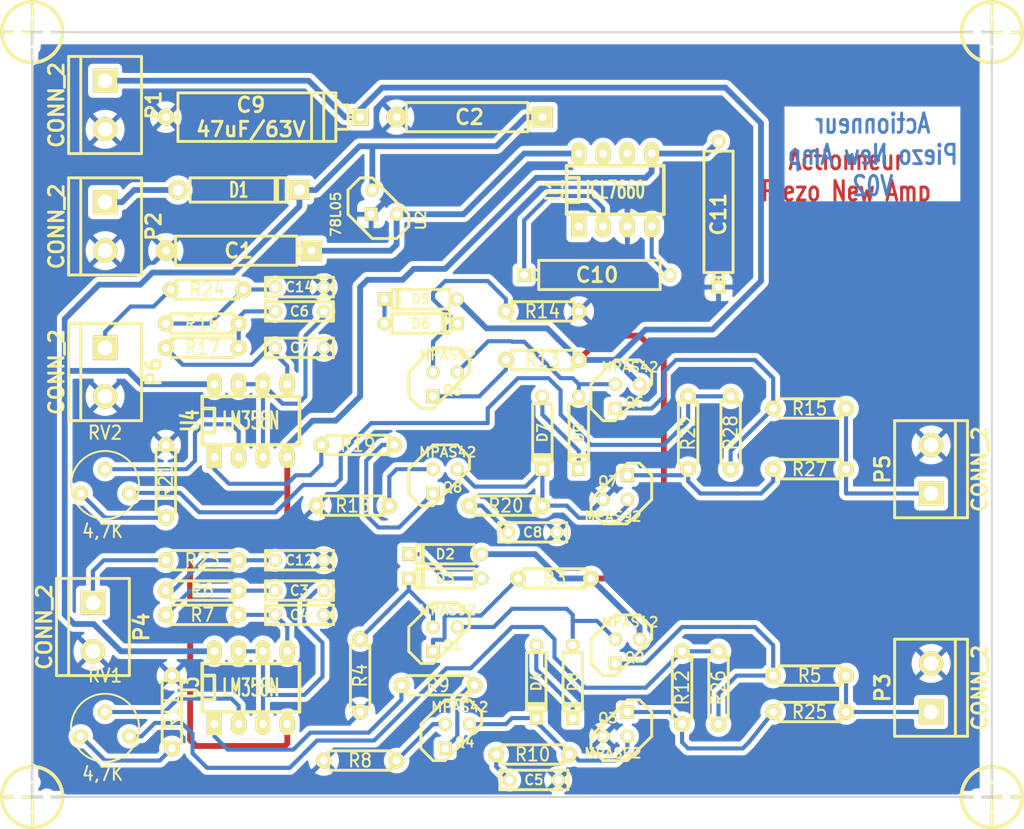
<source format=kicad_pcb>
(kicad_pcb (version 20221018) (generator pcbnew)
  (title_block (title "Actionneur_piezo"))
  (layers (0 "F.Cu" power "Composant") (31 "B.Cu" signal "Cuivre") (34 "B.Paste" user) (35 "F.Paste" user) (36 "B.SilkS" user "B.Silkscreen") (37 "F.SilkS" user "F.Silkscreen") (38 "B.Mask" user) (39 "F.Mask" user) (44 "Edge.Cuts" user))
  (net 0 "")
  (net 1 "+12V")
  (net 2 "-VAA")
  (net 3 "/12Vext")
  (net 4 "/ampli_h1")
  (net 5 "/ampli_h2")
  (net 6 "/ampli_h3")
  (net 7 "/ampli_h4")
  (net 8 "/ampli_h5")
  (net 9 "/ampli_h6")
  (net 10 "/ampli_h7")
  (net 11 "/ampli_h8")
  (net 12 "GND")
  (net 13 "HT")
  (net 14 "N-000005")
  (net 15 "N-000010")
  (net 16 "N-000011")
  (net 17 "N-000012")
  (net 18 "N-000013")
  (net 19 "N-000014")
  (net 20 "N-000015")
  (net 21 "N-000016")
  (net 22 "N-000017")
  (net 23 "N-000018")
  (net 24 "N-000019")
  (net 25 "N-000020")
  (net 26 "N-000021")
  (net 27 "N-000022")
  (net 28 "N-000023")
  (net 29 "N-000024")
  (net 30 "N-000025")
  (net 31 "N-000026")
  (net 32 "N-000027")
  (net 33 "N-000032")
  (net 34 "N-000033")
  (net 35 "N-000034")
  (net 36 "N-000035")
  (net 37 "N-000036")
  (net 38 "N-000037")
  (net 39 "N-000038")
  (net 40 "N-000039")
  (net 41 "N-000040")
  (net 42 "N-000041")
  (net 43 "N-000042")
  (net 44 "N-000043")
  (net 45 "N-000044")
  (net 46 "N-000045")
  (net 47 "N-000046")
  (net 48 "N-000047")
  (net 49 "N-000048")
  (net 50 "VCC")
  (footprint "bornier2" (layer "F.Cu") (at 95.885 59.436 -90)
    (fp_text reference "P1")
    (fp_text value "CONN_2")
  )
  (footprint "bornier2" (layer "F.Cu") (at 182.245 120.396 90)
    (fp_text reference "P3")
    (fp_text value "CONN_2")
  )
  (footprint "C2" (layer "F.Cu") (at 140.589 104.14)
    (fp_text reference "C8")
    (fp_text value "820pF" hide)
  )
  (footprint "C2" (layer "F.Cu") (at 116.205 112.776)
    (fp_text reference "C4")
    (fp_text value "4,7nF" hide)
  )
  (footprint "CP6" (layer "F.Cu") (at 133.985 60.706 180)
    (fp_text reference "C2")
    (fp_text value "47uF/20V" hide)
  )
  (footprint "CP8" (layer "F.Cu") (at 112.395 60.706 180)
    (fp_text reference "C9")
    (fp_text value "47uF/63V")
  )
  (footprint "C2" (layer "F.Cu") (at 140.716 130.048)
    (fp_text reference "C5")
    (fp_text value "820pF" hide)
  )
  (footprint "C2" (layer "F.Cu") (at 116.205 110.236 180)
    (fp_text reference "C3")
    (fp_text value "15nF" hide)
  )
  (footprint "C2" (layer "F.Cu") (at 116.205 81.026 180)
    (fp_text reference "C6")
    (fp_text value "15nF" hide)
  )
  (footprint "CP6" (layer "F.Cu") (at 109.855 74.676 180)
    (fp_text reference "C1")
    (fp_text value "47uF" hide)
  )
  (footprint "C2" (layer "F.Cu") (at 116.205 84.836)
    (fp_text reference "C7")
    (fp_text value "4,7nF" hide)
  )
  (footprint "D3" (layer "F.Cu") (at 128.905 82.296)
    (fp_text reference "D6")
    (fp_text value "1N4148" hide)
  )
  (footprint "D3" (layer "F.Cu") (at 140.97 119.761 -90)
    (fp_text reference "D4")
    (fp_text value "1N4148" hide)
  )
  (footprint "D3" (layer "F.Cu") (at 131.445 108.966 180)
    (fp_text reference "D3")
    (fp_text value "1N4148" hide)
  )
  (footprint "D3" (layer "F.Cu") (at 131.445 106.426 180)
    (fp_text reference "D2")
    (fp_text value "1N4148" hide)
  )
  (footprint "D5" (layer "F.Cu") (at 109.855 68.326)
    (fp_text reference "D1")
    (fp_text value "1N4007" hide)
  )
  (footprint "D3" (layer "F.Cu") (at 141.605 93.726 -90)
    (fp_text reference "D7")
    (fp_text value "1N4148" hide)
  )
  (footprint "D3" (layer "F.Cu") (at 128.905 79.756 180)
    (fp_text reference "D5")
    (fp_text value "1N4148" hide)
  )
  (footprint "LM78LXX" (layer "F.Cu") (at 125.095 69.596 90)
    (fp_text reference "U2")
    (fp_text value "78L05")
  )
  (footprint "R3-LARGE_PADS" (layer "F.Cu") (at 156.21 120.396 -90)
    (fp_text reference "R12")
    (fp_text value "220K" hide)
  )
  (footprint "R3-LARGE_PADS" (layer "F.Cu") (at 106.045 84.836)
    (fp_text reference "R17")
    (fp_text value "22K" hide)
  )
  (footprint "R3-LARGE_PADS" (layer "F.Cu") (at 142.875 108.966 180)
    (fp_text reference "R3")
    (fp_text value "470" hide)
  )
  (footprint "R3-LARGE_PADS" (layer "F.Cu") (at 121.793 101.346 180)
    (fp_text reference "R18")
    (fp_text value "1K" hide)
  )
  (footprint "R3-LARGE_PADS" (layer "F.Cu") (at 169.545 119.126 180)
    (fp_text reference "R5")
    (fp_text value "47" hide)
  )
  (footprint "R3-LARGE_PADS" (layer "F.Cu") (at 122.555 128.016 180)
    (fp_text reference "R8")
    (fp_text value "1K" hide)
  )
  (footprint "R3-LARGE_PADS" (layer "F.Cu") (at 141.605 86.106 180)
    (fp_text reference "R13")
    (fp_text value "470" hide)
  )
  (footprint "R3-LARGE_PADS" (layer "F.Cu") (at 156.845 93.726 -90)
    (fp_text reference "R22")
    (fp_text value "220K" hide)
  )
  (footprint "R3-LARGE_PADS" (layer "F.Cu") (at 102.87 122.936 90)
    (fp_text reference "R11")
    (fp_text value "4,7K" hide)
  )
  (footprint "R3-LARGE_PADS" (layer "F.Cu") (at 106.045 110.236 180)
    (fp_text reference "R6")
    (fp_text value "22K" hide)
  )
  (footprint "R3-LARGE_PADS" (layer "F.Cu") (at 102.235 98.806 90)
    (fp_text reference "R21")
    (fp_text value "4,7K" hide)
  )
  (footprint "R3-LARGE_PADS" (layer "F.Cu") (at 106.045 82.296 180)
    (fp_text reference "R16")
    (fp_text value "22K" hide)
  )
  (footprint "R3-LARGE_PADS" (layer "F.Cu") (at 122.301 94.996 180)
    (fp_text reference "R19")
    (fp_text value "1K" hide)
  )
  (footprint "R3-LARGE_PADS" (layer "F.Cu") (at 140.589 127.381 180)
    (fp_text reference "R10")
    (fp_text value "5,6K" hide)
  )
  (footprint "R3-LARGE_PADS" (layer "F.Cu") (at 137.795 101.346 180)
    (fp_text reference "R20")
    (fp_text value "5,6K" hide)
  )
  (footprint "R3-LARGE_PADS" (layer "F.Cu") (at 122.555 119.126 -90)
    (fp_text reference "R4")
    (fp_text value "220K" hide)
  )
  (footprint "R3-LARGE_PADS" (layer "F.Cu") (at 106.045 112.776 180)
    (fp_text reference "R7")
    (fp_text value "22K" hide)
  )
  (footprint "TO92-CBE" (layer "F.Cu") (at 149.225 124.206 180)
    (fp_text reference "Q3")
    (fp_text value "MPAS92")
  )
  (footprint "TO92-CBE" (layer "F.Cu") (at 131.445 88.646)
    (fp_text reference "Q5")
    (fp_text value "MPAS92")
  )
  (footprint "TO92-CBE" (layer "F.Cu") (at 149.225 99.441 180)
    (fp_text reference "Q7")
    (fp_text value "MPAS92")
  )
  (footprint "TO92-CBE" (layer "F.Cu") (at 150.495 89.916)
    (fp_text reference "Q6")
    (fp_text value "MPAS42")
  )
  (footprint "TO92-CBE" (layer "F.Cu") (at 131.445 115.316)
    (fp_text reference "Q1")
    (fp_text value "MPAS92")
  )
  (footprint "TO92-CBE" (layer "F.Cu") (at 150.495 116.586)
    (fp_text reference "Q2")
    (fp_text value "MPAS42")
  )
  (footprint "TO92-CBE" (layer "F.Cu") (at 132.715 125.476)
    (fp_text reference "Q4")
    (fp_text value "MPAS42")
  )
  (footprint "TO92-CBE" (layer "F.Cu") (at 131.445 98.806)
    (fp_text reference "Q8")
    (fp_text value "MPAS42")
  )
  (footprint "bornier2" (layer "F.Cu") (at 95.885 72.136 -90)
    (fp_text reference "P2")
    (fp_text value "CONN_2")
  )
  (footprint "DIP-8__300_ELL" (layer "F.Cu") (at 149.225 68.326)
    (fp_text reference "U1")
    (fp_text value "ICL7660")
  )
  (footprint "DIP-8__300_ELL" (layer "F.Cu") (at 111.125 92.456)
    (fp_text reference "U4")
    (fp_text value "LM358N")
  )
  (footprint "bornier2" (layer "F.Cu") (at 94.615 114.046 -90)
    (fp_text reference "P4")
    (fp_text value "CONN_2")
  )
  (footprint "bornier2" (layer "F.Cu") (at 182.245 97.536 90)
    (fp_text reference "P5")
    (fp_text value "CONN_2")
  )
  (footprint "bornier2" (layer "F.Cu") (at 95.885 87.376 -90)
    (fp_text reference "P6")
    (fp_text value "CONN_2")
  )
  (footprint "DIP-8__300_ELL" (layer "F.Cu") (at 111.125 120.396)
    (fp_text reference "U3")
    (fp_text value "LM358N")
  )
  (footprint "R3-LARGE_PADS" (layer "F.Cu") (at 130.683 120.142 180)
    (fp_text reference "R9")
    (fp_text value "1K" hide)
  )
  (footprint "R3-LARGE_PADS" (layer "F.Cu") (at 169.545 91.186 180)
    (fp_text reference "R15")
    (fp_text value "47" hide)
  )
  (footprint "RV2" (layer "F.Cu") (at 95.885 124.206)
    (fp_text reference "RV1")
    (fp_text value "4,7K")
  )
  (footprint "RV2" (layer "F.Cu") (at 95.885 98.806)
    (fp_text reference "RV2")
    (fp_text value "4,7K")
  )
  (footprint "MIRE" (layer "F.Cu") (at 188.595 51.816)
    (fp_text reference "MIRE" hide)
    (fp_text value "*" hide)
  )
  (footprint "MIRE" (layer "F.Cu") (at 88.265 51.816)
    (fp_text reference "MIRE" hide)
    (fp_text value "*" hide)
  )
  (footprint "MIRE" (layer "F.Cu") (at 88.265 131.826)
    (fp_text reference "MIRE" hide)
    (fp_text value "*" hide)
  )
  (footprint "MIRE" (layer "F.Cu") (at 188.595 131.826)
    (fp_text reference "MIRE" hide)
    (fp_text value "*" hide)
  )
  (footprint "CP6" (layer "F.Cu") (at 147.32 77.216)
    (fp_text reference "C10")
    (fp_text value "10uF" hide)
  )
  (footprint "CP6" (layer "F.Cu") (at 160.02 70.866 90)
    (fp_text reference "C11")
    (fp_text value "10uF" hide)
  )
  (footprint "R3-LARGE_PADS" (layer "F.Cu") (at 141.605 81.026)
    (fp_text reference "R14")
    (fp_text value "220K" hide)
  )
  (footprint "C2" (layer "F.Cu") (at 116.205 78.486)
    (fp_text reference "C14")
    (fp_text value "150nF" hide)
  )
  (footprint "C2" (layer "F.Cu") (at 116.205 107.061)
    (fp_text reference "C12")
    (fp_text value "150nF" hide)
  )
  (footprint "R3-LARGE_PADS" (layer "F.Cu") (at 106.045 107.061 180)
    (fp_text reference "R23")
    (fp_text value "1K" hide)
  )
  (footprint "R3-LARGE_PADS" (layer "F.Cu") (at 106.553 78.74 180)
    (fp_text reference "R24")
    (fp_text value "1K" hide)
  )
  (footprint "D3" (layer "F.Cu") (at 145.415 93.726 -90)
    (fp_text reference "D9")
    (fp_text value "1N4148" hide)
  )
  (footprint "D3" (layer "F.Cu") (at 144.78 119.761 -90)
    (fp_text reference "D8")
    (fp_text value "1N4148" hide)
  )
  (footprint "R3-LARGE_PADS" (layer "F.Cu") (at 169.545 122.936 180)
    (fp_text reference "R25")
    (fp_text value "47" hide)
  )
  (footprint "R3-LARGE_PADS" (layer "F.Cu") (at 160.02 120.396 -90)
    (fp_text reference "R26")
    (fp_text value "220K" hide)
  )
  (footprint "R3-LARGE_PADS" (layer "F.Cu") (at 169.545 97.536 180)
    (fp_text reference "R27")
    (fp_text value "47" hide)
  )
  (footprint "R3-LARGE_PADS" (layer "F.Cu") (at 161.29 93.726 -90)
    (fp_text reference "R28")
    (fp_text value "220K" hide)
  )
  (gr_line (start 88.265 51.816) (end 188.595 51.816) (stroke (width 0.2032)) (layer "Edge.Cuts"))
  (gr_line (start 188.595 131.826) (end 88.265 131.826) (stroke (width 0.2032)) (layer "Edge.Cuts"))
  (gr_line (start 88.265 131.826) (end 88.265 51.816) (stroke (width 0.2032)) (layer "Edge.Cuts"))
  (gr_line (start 188.595 51.816) (end 188.595 131.826) (stroke (width 0.2032)) (layer "Edge.Cuts"))
  (gr_text "Actionneur\nPiezo New Amp\nV02" (at 173.355 68.453) (layer "F.Cu") (effects (font (size 2.032 1.524) (thickness 0.3048))))
  (gr_text "Actionneur\nPiezo New Amp\nV02" (at 176.149 64.643) (layer "B.Cu") (effects (font (size 2.032 1.524) (thickness 0.3048)) (justify mirror)))
  (segment (start 116.205 68.326) (end 117.91442 68.326) (width 0.6096) (layer "B.Cu") (net 1))
  (segment (start 91.6686 81.8134) (end 95.25 78.232) (width 0.6096) (layer "B.Cu") (net 1))
  (segment (start 123.825 63.74892) (end 136.78916 63.74892) (width 0.6096) (layer "B.Cu") (net 1))
  (segment (start 91.6686 87.249) (end 91.6686 85.4837) (width 0.6096) (layer "B.Cu") (net 1))
  (segment (start 100.838 76.962) (end 109.27842 76.962) (width 0.6096) (layer "B.Cu") (net 1))
  (segment (start 107.315 116.586) (end 97.54108 116.586) (width 0.6096) (layer "B.Cu") (net 1))
  (segment (start 122.4915 63.74892) (end 123.825 63.74892) (width 0.6096) (layer "B.Cu") (net 1))
  (segment (start 98.298 87.249) (end 99.695 88.646) (width 0.6096) (layer "B.Cu") (net 1))
  (segment (start 99.695 88.646) (end 107.315 88.646) (width 0.6096) (layer "B.Cu") (net 1))
  (segment (start 141.605 60.706) (end 139.83208 60.706) (width 0.6096) (layer "B.Cu") (net 1))
  (segment (start 116.205 70.03542) (end 109.27842 76.962) (width 0.6096) (layer "B.Cu") (net 1))
  (segment (start 117.91442 68.326) (end 122.4915 63.74892) (width 0.6096) (layer "B.Cu") (net 1))
  (segment (start 95.25 78.232) (end 99.568 78.232) (width 0.6096) (layer "B.Cu") (net 1))
  (segment (start 136.78916 63.74892) (end 139.83208 60.706) (width 0.6096) (layer "B.Cu") (net 1))
  (segment (start 91.6686 85.4837) (end 91.6686 81.8134) (width 0.6096) (layer "B.Cu") (net 1))
  (segment (start 91.6686 112.75314) (end 91.6686 87.249) (width 0.6096) (layer "B.Cu") (net 1))
  (segment (start 116.205 68.326) (end 116.205 70.03542) (width 0.6096) (layer "B.Cu") (net 1))
  (segment (start 97.54108 116.586) (end 94.68866 113.73358) (width 0.6096) (layer "B.Cu") (net 1))
  (segment (start 92.64904 113.73358) (end 91.6686 112.75314) (width 0.6096) (layer "B.Cu") (net 1))
  (segment (start 94.68866 113.73358) (end 92.64904 113.73358) (width 0.6096) (layer "B.Cu") (net 1))
  (segment (start 99.568 78.232) (end 100.838 76.962) (width 0.6096) (layer "B.Cu") (net 1))
  (segment (start 91.6686 87.249) (end 98.298 87.249) (width 0.6096) (layer "B.Cu") (net 1))
  (segment (start 123.825 68.326) (end 123.825 63.74892) (width 0.6096) (layer "B.Cu") (net 1))
  (segment (start 113.411 126.492) (end 105.41 126.492) (width 0.6096) (layer "F.Cu") (net 2))
  (segment (start 104.775 106.807) (end 104.775 109.601) (width 0.6096) (layer "F.Cu") (net 2))
  (segment (start 114.935 96.266) (end 114.935 102.108) (width 0.6096) (layer "F.Cu") (net 2))
  (segment (start 107.061 104.521) (end 104.775 106.807) (width 0.6096) (layer "F.Cu") (net 2))
  (segment (start 114.935 126.238) (end 114.935 124.206) (width 0.6096) (layer "F.Cu") (net 2))
  (segment (start 112.776 104.521) (end 107.061 104.521) (width 0.6096) (layer "F.Cu") (net 2))
  (segment (start 113.411 126.492) (end 114.681 126.492) (width 0.6096) (layer "F.Cu") (net 2))
  (segment (start 114.935 102.362) (end 112.776 104.521) (width 0.6096) (layer "F.Cu") (net 2))
  (segment (start 114.935 102.108) (end 114.935 102.362) (width 0.6096) (layer "F.Cu") (net 2))
  (segment (start 105.41 126.492) (end 104.775 125.857) (width 0.6096) (layer "F.Cu") (net 2))
  (segment (start 104.775 109.601) (end 104.775 125.857) (width 0.6096) (layer "F.Cu") (net 2))
  (segment (start 114.681 126.492) (end 114.935 126.238) (width 0.6096) (layer "F.Cu") (net 2))
  (segment (start 128.905 76.581) (end 128.143 76.581) (width 0.6096) (layer "B.Cu") (net 2))
  (segment (start 120.015 92.456) (end 122.555 89.916) (width 0.6096) (layer "B.Cu") (net 2))
  (segment (start 152.4 67.056) (end 153.035 66.421) (width 0.6096) (layer "B.Cu") (net 2))
  (segment (start 123.317 77.724) (end 122.555 78.486) (width 0.6096) (layer "B.Cu") (net 2))
  (segment (start 153.035 64.516) (end 158.75 64.516) (width 0.6096) (layer "B.Cu") (net 2))
  (segment (start 127 77.724) (end 123.317 77.724) (width 0.6096) (layer "B.Cu") (net 2))
  (segment (start 117.602 92.456) (end 120.015 92.456) (width 0.6096) (layer "B.Cu") (net 2))
  (segment (start 114.935 95.123) (end 117.602 92.456) (width 0.6096) (layer "B.Cu") (net 2))
  (segment (start 153.035 66.421) (end 153.035 64.516) (width 0.6096) (layer "B.Cu") (net 2))
  (segment (start 128.143 76.581) (end 127 77.724) (width 0.6096) (layer "B.Cu") (net 2))
  (segment (start 158.75 64.516) (end 160.02 63.246) (width 0.6096) (layer "B.Cu") (net 2))
  (segment (start 114.935 96.266) (end 114.935 95.123) (width 0.6096) (layer "B.Cu") (net 2))
  (segment (start 140.97 67.056) (end 152.4 67.056) (width 0.6096) (layer "B.Cu") (net 2))
  (segment (start 131.445 76.581) (end 140.97 67.056) (width 0.6096) (layer "B.Cu") (net 2))
  (segment (start 122.555 89.916) (end 122.555 78.486) (width 0.6096) (layer "B.Cu") (net 2))
  (segment (start 128.905 76.581) (end 131.445 76.581) (width 0.6096) (layer "B.Cu") (net 2))
  (segment (start 103.505 68.326) (end 98.92792 68.326) (width 0.6096) (layer "B.Cu") (net 3))
  (segment (start 95.885 69.596) (end 97.65792 69.596) (width 0.6096) (layer "B.Cu") (net 3))
  (segment (start 98.92792 68.326) (end 97.65792 69.596) (width 0.6096) (layer "B.Cu") (net 3))
  (segment (start 118.618 115.697) (end 118.618 119.253) (width 0.4318) (layer "B.Cu") (net 4))
  (segment (start 118.745 110.236) (end 117.983 110.236) (width 0.4318) (layer "B.Cu") (net 4))
  (segment (start 117.983 110.236) (end 116.713 111.506) (width 0.4318) (layer "B.Cu") (net 4))
  (segment (start 112.395 124.206) (end 112.395 121.158) (width 0.4318) (layer "B.Cu") (net 4))
  (segment (start 112.395 116.586) (end 109.855 116.586) (width 0.4318) (layer "B.Cu") (net 4))
  (segment (start 116.713 111.506) (end 116.713 112.522) (width 0.4318) (layer "B.Cu") (net 4))
  (segment (start 118.618 119.253) (end 116.713 121.158) (width 0.4318) (layer "B.Cu") (net 4))
  (segment (start 116.713 112.522) (end 116.713 113.792) (width 0.4318) (layer "B.Cu") (net 4))
  (segment (start 116.713 113.792) (end 118.618 115.697) (width 0.4318) (layer "B.Cu") (net 4))
  (segment (start 112.395 121.158) (end 112.395 116.586) (width 0.4318) (layer "B.Cu") (net 4))
  (segment (start 116.713 121.158) (end 112.395 121.158) (width 0.4318) (layer "B.Cu") (net 4))
  (segment (start 114.427 90.678) (end 112.395 88.646) (width 0.4318) (layer "B.Cu") (net 5))
  (segment (start 109.855 88.646) (end 112.395 88.646) (width 0.4318) (layer "B.Cu") (net 5))
  (segment (start 116.078 90.678) (end 114.427 90.678) (width 0.4318) (layer "B.Cu") (net 5))
  (segment (start 112.395 88.646) (end 112.395 96.266) (width 0.4318) (layer "B.Cu") (net 5))
  (segment (start 118.745 81.026) (end 118.745 81.661) (width 0.4318) (layer "B.Cu") (net 5))
  (segment (start 118.745 81.661) (end 116.84 83.566) (width 0.4318) (layer "B.Cu") (net 5))
  (segment (start 116.84 89.916) (end 116.078 90.678) (width 0.4318) (layer "B.Cu") (net 5))
  (segment (start 116.84 83.566) (end 116.84 89.916) (width 0.4318) (layer "B.Cu") (net 5))
  (segment (start 173.355 122.936) (end 182.245 122.936) (width 0.4318) (layer "B.Cu") (net 6))
  (segment (start 173.355 122.936) (end 173.355 119.126) (width 0.4318) (layer "B.Cu") (net 6))
  (segment (start 94.615 111.506) (end 94.615 108.204) (width 0.4318) (layer "B.Cu") (net 7))
  (segment (start 94.615 108.204) (end 95.758 107.061) (width 0.4318) (layer "B.Cu") (net 7))
  (segment (start 95.758 107.061) (end 102.235 107.061) (width 0.4318) (layer "B.Cu") (net 7))
  (segment (start 173.355 97.536) (end 173.355 91.186) (width 0.4318) (layer "B.Cu") (net 8))
  (segment (start 173.355 97.536) (end 173.355 100.076) (width 0.4318) (layer "B.Cu") (net 8))
  (segment (start 173.355 100.076) (end 182.245 100.076) (width 0.4318) (layer "B.Cu") (net 8))
  (segment (start 95.885 84.836) (end 95.885 83.185) (width 0.4318) (layer "B.Cu") (net 9))
  (segment (start 100.965 80.518) (end 102.743 78.74) (width 0.4318) (layer "B.Cu") (net 9))
  (segment (start 95.885 83.185) (end 98.552 80.518) (width 0.4318) (layer "B.Cu") (net 9))
  (segment (start 98.552 80.518) (end 100.965 80.518) (width 0.4318) (layer "B.Cu") (net 9))
  (segment (start 138.43 114.046) (end 141.605 114.046) (width 0.4318) (layer "B.Cu") (net 10))
  (segment (start 98.425 125.476) (end 99.695 125.476) (width 0.4318) (layer "B.Cu") (net 10))
  (segment (start 124.0155 125.9205) (end 118.0465 125.9205) (width 0.4318) (layer "B.Cu") (net 10))
  (segment (start 115.189 128.778) (end 106.553 128.778) (width 0.4318) (layer "B.Cu") (net 10))
  (segment (start 99.695 125.476) (end 101.092 124.079) (width 0.4318) (layer "B.Cu") (net 10))
  (segment (start 131.572 118.364) (end 133.35 118.364) (width 0.4318) (layer "B.Cu") (net 10))
  (segment (start 106.553 128.778) (end 105.029 127.254) (width 0.4318) (layer "B.Cu") (net 10))
  (segment (start 141.605 114.046) (end 142.875 115.316) (width 0.4318) (layer "B.Cu") (net 10))
  (segment (start 134.112 118.364) (end 138.43 114.046) (width 0.4318) (layer "B.Cu") (net 10))
  (segment (start 142.875 117.221) (end 146.05 120.396) (width 0.4318) (layer "B.Cu") (net 10))
  (segment (start 101.092 124.079) (end 103.886 124.079) (width 0.4318) (layer "B.Cu") (net 10))
  (segment (start 152.4 120.396) (end 146.05 120.396) (width 0.4318) (layer "B.Cu") (net 10))
  (segment (start 142.875 115.316) (end 142.875 117.221) (width 0.4318) (layer "B.Cu") (net 10))
  (segment (start 124.0155 125.9205) (end 131.572 118.364) (width 0.4318) (layer "B.Cu") (net 10))
  (segment (start 103.886 124.079) (end 105.029 125.222) (width 0.4318) (layer "B.Cu") (net 10))
  (segment (start 133.35 118.364) (end 134.112 118.364) (width 0.4318) (layer "B.Cu") (net 10))
  (segment (start 105.029 125.222) (end 105.029 127.254) (width 0.4318) (layer "B.Cu") (net 10))
  (segment (start 160.02 116.586) (end 156.21 116.586) (width 0.4318) (layer "B.Cu") (net 10))
  (segment (start 117.221 126.746) (end 115.189 128.778) (width 0.4318) (layer "B.Cu") (net 10))
  (segment (start 118.0465 125.9205) (end 117.221 126.746) (width 0.4318) (layer "B.Cu") (net 10))
  (segment (start 152.4 120.396) (end 156.21 116.586) (width 0.4318) (layer "B.Cu") (net 10))
  (segment (start 118.618 99.187) (end 119.888 99.187) (width 0.4318) (layer "B.Cu") (net 11))
  (segment (start 135.89 91.186) (end 139.065 88.011) (width 0.4318) (layer "B.Cu") (net 11))
  (segment (start 154.305 94.996) (end 146.685 94.996) (width 0.4318) (layer "B.Cu") (net 11))
  (segment (start 156.845 89.916) (end 161.29 89.916) (width 0.4318) (layer "B.Cu") (net 11))
  (segment (start 118.618 99.187) (end 116.586 99.187) (width 0.4318) (layer "B.Cu") (net 11))
  (segment (start 156.845 89.916) (end 156.845 92.456) (width 0.4318) (layer "B.Cu") (net 11))
  (segment (start 105.7275 102.0445) (end 113.7285 102.0445) (width 0.4318) (layer "B.Cu") (net 11))
  (segment (start 116.586 99.187) (end 116.078 99.695) (width 0.4318) (layer "B.Cu") (net 11))
  (segment (start 135.89 92.71) (end 135.89 91.186) (width 0.4318) (layer "B.Cu") (net 11))
  (segment (start 120.523 95.885) (end 120.523 98.552) (width 0.4318) (layer "B.Cu") (net 11))
  (segment (start 143.51 89.281) (end 143.51 91.821) (width 0.4318) (layer "B.Cu") (net 11))
  (segment (start 123.698 92.71) (end 120.523 95.885) (width 0.4318) (layer "B.Cu") (net 11))
  (segment (start 135.89 92.71) (end 123.698 92.71) (width 0.4318) (layer "B.Cu") (net 11))
  (segment (start 143.51 91.821) (end 146.685 94.996) (width 0.4318) (layer "B.Cu") (net 11))
  (segment (start 139.065 88.011) (end 142.24 88.011) (width 0.4318) (layer "B.Cu") (net 11))
  (segment (start 98.48596 100.01504) (end 103.69804 100.01504) (width 0.4318) (layer "B.Cu") (net 11))
  (segment (start 105.7275 102.0445) (end 103.69804 100.01504) (width 0.4318) (layer "B.Cu") (net 11))
  (segment (start 113.7285 102.0445) (end 116.078 99.695) (width 0.4318) (layer "B.Cu") (net 11))
  (segment (start 142.24 88.011) (end 143.51 89.281) (width 0.4318) (layer "B.Cu") (net 11))
  (segment (start 98.425 100.076) (end 98.48596 100.01504) (width 0.4318) (layer "B.Cu") (net 11))
  (segment (start 119.888 99.187) (end 120.523 98.552) (width 0.4318) (layer "B.Cu") (net 11))
  (segment (start 156.845 92.456) (end 154.305 94.996) (width 0.4318) (layer "B.Cu") (net 11))
  (segment (start 150.495 70.231) (end 151.765 68.961) (width 0.6096) (layer "B.Cu") (net 12))
  (segment (start 150.495 72.136) (end 150.495 70.231) (width 0.6096) (layer "B.Cu") (net 12))
  (segment (start 151.765 68.961) (end 156.21 68.961) (width 0.6096) (layer "B.Cu") (net 12))
  (segment (start 160.02 72.771) (end 160.02 78.486) (width 0.6096) (layer "B.Cu") (net 12))
  (segment (start 156.21 68.961) (end 160.02 72.771) (width 0.6096) (layer "B.Cu") (net 12))
  (segment (start 123.825 70.866) (end 125.73 68.961) (width 0.6096) (layer "B.Cu") (net 12))
  (segment (start 123.698 70.866) (end 123.825 70.866) (width 0.6096) (layer "B.Cu") (net 12))
  (segment (start 145.415 86.106) (end 147.955 83.566) (width 0.6096) (layer "F.Cu") (net 13))
  (segment (start 151.765 108.966) (end 146.685 108.966) (width 0.6096) (layer "F.Cu") (net 13))
  (segment (start 147.955 83.566) (end 151.765 83.566) (width 0.6096) (layer "F.Cu") (net 13))
  (segment (start 154.305 86.106) (end 154.305 106.426) (width 0.6096) (layer "F.Cu") (net 13))
  (segment (start 154.305 106.426) (end 151.765 108.966) (width 0.6096) (layer "F.Cu") (net 13))
  (segment (start 151.765 83.566) (end 154.305 86.106) (width 0.6096) (layer "F.Cu") (net 13))
  (segment (start 159.385 82.931) (end 152.4 82.931) (width 0.6096) (layer "B.Cu") (net 13))
  (segment (start 121.76506 60.706) (end 120.97258 60.706) (width 0.6096) (layer "B.Cu") (net 13))
  (segment (start 152.4 82.931) (end 149.225 86.106) (width 0.6096) (layer "B.Cu") (net 13))
  (segment (start 124.8537 57.61736) (end 160.74136 57.61736) (width 0.6096) (layer "B.Cu") (net 13))
  (segment (start 149.225 86.106) (end 145.415 86.106) (width 0.6096) (layer "B.Cu") (net 13))
  (segment (start 140.843 106.426) (end 143.383 108.966) (width 0.6096) (layer "B.Cu") (net 13))
  (segment (start 117.16258 56.896) (end 95.885 56.896) (width 0.6096) (layer "B.Cu") (net 13))
  (segment (start 164.465 77.851) (end 159.385 82.931) (width 0.6096) (layer "B.Cu") (net 13))
  (segment (start 146.685 108.966) (end 150.93696 113.21542) (width 0.6096) (layer "B.Cu") (net 13))
  (segment (start 135.76046 82.80146) (end 142.11046 82.80146) (width 0.6096) (layer "B.Cu") (net 13))
  (segment (start 151.765 114.04854) (end 150.93696 113.21542) (width 0.6096) (layer "B.Cu") (net 13))
  (segment (start 120.97258 60.706) (end 117.16258 56.896) (width 0.6096) (layer "B.Cu") (net 13))
  (segment (start 151.765 88.646) (end 149.225 86.106) (width 0.6096) (layer "B.Cu") (net 13))
  (segment (start 142.11046 82.80146) (end 145.415 86.106) (width 0.6096) (layer "B.Cu") (net 13))
  (segment (start 164.465 61.341) (end 164.465 77.851) (width 0.6096) (layer "B.Cu") (net 13))
  (segment (start 122.555 60.706) (end 121.76506 60.706) (width 0.6096) (layer "B.Cu") (net 13))
  (segment (start 121.76506 60.706) (end 124.8537 57.61736) (width 0.6096) (layer "B.Cu") (net 13))
  (segment (start 151.765 115.316) (end 151.765 114.04854) (width 0.6096) (layer "B.Cu") (net 13))
  (segment (start 140.716 106.426) (end 140.843 106.426) (width 0.6096) (layer "B.Cu") (net 13))
  (segment (start 143.383 108.966) (end 146.685 108.966) (width 0.6096) (layer "B.Cu") (net 13))
  (segment (start 160.74136 57.61736) (end 164.465 61.341) (width 0.6096) (layer "B.Cu") (net 13))
  (segment (start 132.715 79.756) (end 135.76046 82.80146) (width 0.6096) (layer "B.Cu") (net 13))
  (segment (start 135.255 106.426) (end 140.716 106.426) (width 0.6096) (layer "B.Cu") (net 13))
  (segment (start 153.035 72.136) (end 153.035 75.311) (width 0.4318) (layer "B.Cu") (net 14))
  (segment (start 153.035 75.311) (end 154.94 77.216) (width 0.4318) (layer "B.Cu") (net 14))
  (segment (start 139.7 71.501) (end 142.24 68.961) (width 0.4318) (layer "B.Cu") (net 15))
  (segment (start 147.955 70.231) (end 147.955 72.136) (width 0.4318) (layer "B.Cu") (net 15))
  (segment (start 146.685 68.961) (end 147.955 70.231) (width 0.4318) (layer "B.Cu") (net 15))
  (segment (start 139.7 77.216) (end 139.7 71.501) (width 0.4318) (layer "B.Cu") (net 15))
  (segment (start 142.24 68.961) (end 146.685 68.961) (width 0.4318) (layer "B.Cu") (net 15))
  (segment (start 132.715 121.539) (end 132.715 125.476) (width 0.4318) (layer "B.Cu") (net 16))
  (segment (start 132.715 125.476) (end 131.445 126.746) (width 0.4318) (layer "B.Cu") (net 16))
  (segment (start 134.112 120.142) (end 132.715 121.539) (width 0.4318) (layer "B.Cu") (net 16))
  (segment (start 134.493 120.142) (end 134.112 120.142) (width 0.4318) (layer "B.Cu") (net 16))
  (segment (start 135.255 108.966) (end 131.37642 108.966) (width 0.4318) (layer "B.Cu") (net 17))
  (segment (start 127.635 106.426) (end 128.83642 106.426) (width 0.4318) (layer "B.Cu") (net 17))
  (segment (start 131.37642 108.966) (end 128.83642 106.426) (width 0.4318) (layer "B.Cu") (net 17))
  (segment (start 102.235 112.776) (end 104.775 110.236) (width 0.4318) (layer "B.Cu") (net 18))
  (segment (start 113.665 110.236) (end 109.855 110.236) (width 0.4318) (layer "B.Cu") (net 18))
  (segment (start 104.775 110.236) (end 109.855 110.236) (width 0.4318) (layer "B.Cu") (net 18))
  (segment (start 109.855 107.061) (end 113.665 107.061) (width 0.4318) (layer "B.Cu") (net 19))
  (segment (start 102.997 110.236) (end 106.172 107.061) (width 0.4318) (layer "B.Cu") (net 19))
  (segment (start 102.235 110.236) (end 102.997 110.236) (width 0.4318) (layer "B.Cu") (net 19))
  (segment (start 106.172 107.061) (end 109.855 107.061) (width 0.4318) (layer "B.Cu") (net 19))
  (segment (start 136.779 127.381) (end 136.779 128.651) (width 0.4318) (layer "B.Cu") (net 20))
  (segment (start 136.779 128.651) (end 138.176 130.048) (width 0.4318) (layer "B.Cu") (net 20))
  (segment (start 163.83 114.046) (end 161.925 114.046) (width 0.4318) (layer "B.Cu") (net 21))
  (segment (start 160.02 121.031) (end 161.925 119.126) (width 0.4318) (layer "B.Cu") (net 21))
  (segment (start 161.925 114.046) (end 156.21 114.046) (width 0.4318) (layer "B.Cu") (net 21))
  (segment (start 161.925 119.126) (end 165.735 119.126) (width 0.4318) (layer "B.Cu") (net 21))
  (segment (start 165.735 119.126) (end 165.735 115.951) (width 0.4318) (layer "B.Cu") (net 21))
  (segment (start 156.21 114.046) (end 152.4 117.856) (width 0.4318) (layer "B.Cu") (net 21))
  (segment (start 160.02 124.206) (end 160.02 121.031) (width 0.4318) (layer "B.Cu") (net 21))
  (segment (start 152.4 117.856) (end 149.225 117.856) (width 0.4318) (layer "B.Cu") (net 21))
  (segment (start 165.735 115.951) (end 163.83 114.046) (width 0.4318) (layer "B.Cu") (net 21))
  (segment (start 156.21 124.206) (end 156.21 126.111) (width 0.4318) (layer "B.Cu") (net 22))
  (segment (start 156.21 126.111) (end 156.845 126.746) (width 0.4318) (layer "B.Cu") (net 22))
  (segment (start 156.845 126.746) (end 162.56 126.746) (width 0.4318) (layer "B.Cu") (net 22))
  (segment (start 154.94 122.936) (end 156.21 124.206) (width 0.4318) (layer "B.Cu") (net 22))
  (segment (start 163.195 126.111) (end 165.735 122.936) (width 0.4318) (layer "B.Cu") (net 22))
  (segment (start 150.495 122.936) (end 154.94 122.936) (width 0.4318) (layer "B.Cu") (net 22))
  (segment (start 162.56 126.746) (end 163.195 126.111) (width 0.4318) (layer "B.Cu") (net 22))
  (segment (start 95.885 128.016) (end 101.6 128.016) (width 0.4318) (layer "B.Cu") (net 23))
  (segment (start 93.345 125.476) (end 95.885 128.016) (width 0.4318) (layer "B.Cu") (net 23))
  (segment (start 102.87 126.746) (end 101.6 128.016) (width 0.4318) (layer "B.Cu") (net 23))
  (segment (start 122.555 115.316) (end 122.555 115.24742) (width 0.4318) (layer "B.Cu") (net 24))
  (segment (start 122.555 115.24742) (end 127.635 110.16742) (width 0.4318) (layer "B.Cu") (net 24))
  (segment (start 130.175 112.70742) (end 130.175 114.046) (width 0.4318) (layer "B.Cu") (net 24))
  (segment (start 127.635 110.16742) (end 130.175 112.70742) (width 0.4318) (layer "B.Cu") (net 24))
  (segment (start 127.635 108.966) (end 127.635 110.16742) (width 0.4318) (layer "B.Cu") (net 24))
  (segment (start 130.175 124.206) (end 131.445 124.206) (width 0.4318) (layer "B.Cu") (net 25))
  (segment (start 126.365 128.016) (end 130.175 124.206) (width 0.4318) (layer "B.Cu") (net 25))
  (segment (start 107.315 125.476) (end 107.315 124.206) (width 0.4318) (layer "B.Cu") (net 26))
  (segment (start 116.5225 125.9205) (end 117.348 125.095) (width 0.4318) (layer "B.Cu") (net 26))
  (segment (start 117.348 125.095) (end 123.444 125.095) (width 0.4318) (layer "B.Cu") (net 26))
  (segment (start 116.5225 125.9205) (end 115.57 126.873) (width 0.4318) (layer "B.Cu") (net 26))
  (segment (start 123.444 125.095) (end 126.873 121.666) (width 0.4318) (layer "B.Cu") (net 26))
  (segment (start 108.712 126.873) (end 107.315 125.476) (width 0.4318) (layer "B.Cu") (net 26))
  (segment (start 115.57 126.873) (end 108.712 126.873) (width 0.4318) (layer "B.Cu") (net 26))
  (segment (start 126.873 121.666) (end 126.873 120.142) (width 0.4318) (layer "B.Cu") (net 26))
  (segment (start 109.855 122.301) (end 109.855 124.206) (width 0.4318) (layer "B.Cu") (net 27))
  (segment (start 109.093 121.539) (end 109.855 122.301) (width 0.4318) (layer "B.Cu") (net 27))
  (segment (start 102.108 122.936) (end 103.505 121.539) (width 0.4318) (layer "B.Cu") (net 27))
  (segment (start 103.505 121.539) (end 109.093 121.539) (width 0.4318) (layer "B.Cu") (net 27))
  (segment (start 95.885 122.936) (end 102.108 122.936) (width 0.4318) (layer "B.Cu") (net 27))
  (segment (start 140.97 118.491) (end 144.78 122.301) (width 0.4318) (layer "B.Cu") (net 28))
  (segment (start 144.78 122.301) (end 144.78 123.571) (width 0.4318) (layer "B.Cu") (net 28))
  (segment (start 140.97 115.951) (end 140.97 118.491) (width 0.4318) (layer "B.Cu") (net 28))
  (segment (start 109.855 112.776) (end 113.665 112.776) (width 0.4318) (layer "B.Cu") (net 29))
  (segment (start 114.935 114.046) (end 114.935 116.586) (width 0.4318) (layer "B.Cu") (net 29))
  (segment (start 113.665 112.776) (end 114.935 114.046) (width 0.4318) (layer "B.Cu") (net 29))
  (segment (start 145.415 128.016) (end 149.225 128.016) (width 0.4318) (layer "B.Cu") (net 30))
  (segment (start 150.495 126.746) (end 150.495 125.476) (width 0.4318) (layer "B.Cu") (net 30))
  (segment (start 144.399 127.381) (end 144.78 127.381) (width 0.4318) (layer "B.Cu") (net 30))
  (segment (start 140.97 123.571) (end 140.97 123.952) (width 0.4318) (layer "B.Cu") (net 30))
  (segment (start 140.97 123.952) (end 144.399 127.381) (width 0.4318) (layer "B.Cu") (net 30))
  (segment (start 138.43 123.571) (end 140.97 123.571) (width 0.4318) (layer "B.Cu") (net 30))
  (segment (start 144.78 127.381) (end 145.415 128.016) (width 0.4318) (layer "B.Cu") (net 30))
  (segment (start 133.985 124.206) (end 137.795 124.206) (width 0.4318) (layer "B.Cu") (net 30))
  (segment (start 149.225 128.016) (end 150.495 126.746) (width 0.4318) (layer "B.Cu") (net 30))
  (segment (start 137.795 124.206) (end 138.43 123.571) (width 0.4318) (layer "B.Cu") (net 30))
  (segment (start 144.78 113.411) (end 144.78 112.776) (width 0.4318) (layer "B.Cu") (net 31))
  (segment (start 149.225 115.316) (end 147.32 113.411) (width 0.4318) (layer "B.Cu") (net 31))
  (segment (start 144.78 112.776) (end 144.145 112.141) (width 0.4318) (layer "B.Cu") (net 31))
  (segment (start 144.78 115.951) (end 144.78 113.411) (width 0.4318) (layer "B.Cu") (net 31))
  (segment (start 144.145 112.141) (end 138.43 112.141) (width 0.4318) (layer "B.Cu") (net 31))
  (segment (start 147.32 113.411) (end 144.78 113.411) (width 0.4318) (layer "B.Cu") (net 31))
  (segment (start 138.43 112.141) (end 136.525 114.046) (width 0.4318) (layer "B.Cu") (net 31))
  (segment (start 136.525 114.046) (end 132.715 114.046) (width 0.4318) (layer "B.Cu") (net 31))
  (segment (start 130.175 116.586) (end 130.175 115.38458) (width 0.4318) (layer "B.Cu") (net 32))
  (segment (start 135.18896 112.84204) (end 139.065 108.966) (width 0.4318) (layer "B.Cu") (net 32))
  (segment (start 131.2545 115.38458) (end 131.37642 115.26266) (width 0.4318) (layer "B.Cu") (net 32))
  (segment (start 131.37642 115.26266) (end 131.37642 113.03254) (width 0.4318) (layer "B.Cu") (net 32))
  (segment (start 131.37642 113.03254) (end 131.56692 112.84204) (width 0.4318) (layer "B.Cu") (net 32))
  (segment (start 131.56692 112.84204) (end 135.18896 112.84204) (width 0.4318) (layer "B.Cu") (net 32))
  (segment (start 130.175 115.38458) (end 131.2545 115.38458) (width 0.4318) (layer "B.Cu") (net 32))
  (segment (start 123.19 96.647) (end 123.19 102.362) (width 0.4318) (layer "B.Cu") (net 33))
  (segment (start 126.111 94.996) (end 124.841 94.996) (width 0.4318) (layer "B.Cu") (net 33))
  (segment (start 126.619 103.632) (end 130.175 100.076) (width 0.4318) (layer "B.Cu") (net 33))
  (segment (start 124.46 103.632) (end 126.619 103.632) (width 0.4318) (layer "B.Cu") (net 33))
  (segment (start 123.19 102.362) (end 124.46 103.632) (width 0.4318) (layer "B.Cu") (net 33))
  (segment (start 124.841 94.996) (end 123.19 96.647) (width 0.4318) (layer "B.Cu") (net 33))
  (segment (start 125.095 79.756) (end 125.095 82.296) (width 0.4318) (layer "B.Cu") (net 34))
  (segment (start 109.855 82.296) (end 109.855 81.661) (width 0.4318) (layer "B.Cu") (net 35))
  (segment (start 109.855 81.661) (end 110.49 81.026) (width 0.4318) (layer "B.Cu") (net 35))
  (segment (start 109.855 84.836) (end 109.855 82.296) (width 0.4318) (layer "B.Cu") (net 35))
  (segment (start 110.49 81.026) (end 113.665 81.026) (width 0.4318) (layer "B.Cu") (net 35))
  (segment (start 113.411 78.74) (end 113.665 78.486) (width 0.4318) (layer "B.Cu") (net 36))
  (segment (start 106.807 82.296) (end 110.363 78.74) (width 0.4318) (layer "B.Cu") (net 36))
  (segment (start 110.363 78.74) (end 113.411 78.74) (width 0.4318) (layer "B.Cu") (net 36))
  (segment (start 102.235 82.296) (end 106.807 82.296) (width 0.4318) (layer "B.Cu") (net 36))
  (segment (start 135.255 101.346) (end 138.049 104.14) (width 0.4318) (layer "B.Cu") (net 37))
  (segment (start 133.985 101.346) (end 135.255 101.346) (width 0.4318) (layer "B.Cu") (net 37))
  (segment (start 154.305 89.916) (end 153.035 91.186) (width 0.4318) (layer "B.Cu") (net 38))
  (segment (start 161.29 95.631) (end 165.735 91.186) (width 0.4318) (layer "B.Cu") (net 38))
  (segment (start 154.305 87.376) (end 155.575 86.106) (width 0.4318) (layer "B.Cu") (net 38))
  (segment (start 165.735 91.186) (end 165.735 88.011) (width 0.4318) (layer "B.Cu") (net 38))
  (segment (start 154.305 89.916) (end 154.305 87.376) (width 0.4318) (layer "B.Cu") (net 38))
  (segment (start 161.29 97.536) (end 161.29 95.631) (width 0.4318) (layer "B.Cu") (net 38))
  (segment (start 165.735 88.011) (end 163.83 86.106) (width 0.4318) (layer "B.Cu") (net 38))
  (segment (start 149.225 91.186) (end 153.035 91.186) (width 0.4318) (layer "B.Cu") (net 38))
  (segment (start 155.575 86.106) (end 160.655 86.106) (width 0.4318) (layer "B.Cu") (net 38))
  (segment (start 163.83 86.106) (end 160.655 86.106) (width 0.4318) (layer "B.Cu") (net 38))
  (segment (start 156.845 97.536) (end 156.845 98.806) (width 0.4318) (layer "B.Cu") (net 39))
  (segment (start 150.495 98.171) (end 156.21 98.171) (width 0.4318) (layer "B.Cu") (net 39))
  (segment (start 156.21 98.171) (end 156.845 97.536) (width 0.4318) (layer "B.Cu") (net 39))
  (segment (start 158.115 100.076) (end 161.925 100.076) (width 0.4318) (layer "B.Cu") (net 39))
  (segment (start 165.735 97.536) (end 165.735 98.806) (width 0.4318) (layer "B.Cu") (net 39))
  (segment (start 164.465 100.076) (end 161.925 100.076) (width 0.4318) (layer "B.Cu") (net 39))
  (segment (start 165.735 98.806) (end 164.465 100.076) (width 0.4318) (layer "B.Cu") (net 39))
  (segment (start 156.845 98.806) (end 158.115 100.076) (width 0.4318) (layer "B.Cu") (net 39))
  (segment (start 93.345 100.076) (end 95.885 102.616) (width 0.4318) (layer "B.Cu") (net 40))
  (segment (start 95.885 102.616) (end 102.235 102.616) (width 0.4318) (layer "B.Cu") (net 40))
  (segment (start 135.89 77.851) (end 131.445 77.851) (width 0.4318) (layer "B.Cu") (net 41))
  (segment (start 131.445 77.851) (end 130.175 79.121) (width 0.4318) (layer "B.Cu") (net 41))
  (segment (start 132.08 82.296) (end 130.175 84.201) (width 0.4318) (layer "B.Cu") (net 41))
  (segment (start 132.715 82.296) (end 132.08 82.296) (width 0.4318) (layer "B.Cu") (net 41))
  (segment (start 130.175 79.756) (end 132.715 82.296) (width 0.4318) (layer "B.Cu") (net 41))
  (segment (start 137.795 79.756) (end 135.89 77.851) (width 0.4318) (layer "B.Cu") (net 41))
  (segment (start 130.175 84.201) (end 130.175 87.376) (width 0.4318) (layer "B.Cu") (net 41))
  (segment (start 130.175 79.121) (end 130.175 79.756) (width 0.4318) (layer "B.Cu") (net 41))
  (segment (start 137.795 81.026) (end 137.795 79.756) (width 0.4318) (layer "B.Cu") (net 41))
  (segment (start 125.603 98.298) (end 125.603 101.346) (width 0.4318) (layer "B.Cu") (net 42))
  (segment (start 130.175 97.536) (end 126.365 97.536) (width 0.4318) (layer "B.Cu") (net 42))
  (segment (start 126.365 97.536) (end 125.603 98.298) (width 0.4318) (layer "B.Cu") (net 42))
  (segment (start 114.046 99.06) (end 114.935 99.06) (width 0.4318) (layer "B.Cu") (net 43))
  (segment (start 116.967 98.171) (end 117.348 98.171) (width 0.4318) (layer "B.Cu") (net 43))
  (segment (start 115.824 98.171) (end 114.935 99.06) (width 0.4318) (layer "B.Cu") (net 43))
  (segment (start 118.491 97.028) (end 118.491 94.996) (width 0.4318) (layer "B.Cu") (net 43))
  (segment (start 107.315 96.266) (end 107.315 97.536) (width 0.4318) (layer "B.Cu") (net 43))
  (segment (start 117.348 98.171) (end 118.491 97.028) (width 0.4318) (layer "B.Cu") (net 43))
  (segment (start 108.839 99.06) (end 114.046 99.06) (width 0.4318) (layer "B.Cu") (net 43))
  (segment (start 116.967 98.171) (end 115.824 98.171) (width 0.4318) (layer "B.Cu") (net 43))
  (segment (start 107.315 97.536) (end 108.839 99.06) (width 0.4318) (layer "B.Cu") (net 43))
  (segment (start 114.935 99.06) (end 115.824 98.171) (width 0.4318) (layer "B.Cu") (net 43))
  (segment (start 104.394 97.536) (end 105.283 96.647) (width 0.4318) (layer "B.Cu") (net 44))
  (segment (start 105.283 96.647) (end 105.283 93.726) (width 0.4318) (layer "B.Cu") (net 44))
  (segment (start 95.885 97.536) (end 104.394 97.536) (width 0.4318) (layer "B.Cu") (net 44))
  (segment (start 109.855 93.599) (end 109.855 96.266) (width 0.4318) (layer "B.Cu") (net 44))
  (segment (start 106.172 92.837) (end 109.093 92.837) (width 0.4318) (layer "B.Cu") (net 44))
  (segment (start 109.093 92.837) (end 109.855 93.599) (width 0.4318) (layer "B.Cu") (net 44))
  (segment (start 105.283 93.726) (end 106.172 92.837) (width 0.4318) (layer "B.Cu") (net 44))
  (segment (start 141.605 89.916) (end 141.605 91.821) (width 0.4318) (layer "B.Cu") (net 45))
  (segment (start 141.605 91.821) (end 145.415 95.631) (width 0.4318) (layer "B.Cu") (net 45))
  (segment (start 145.415 95.631) (end 145.415 97.536) (width 0.4318) (layer "B.Cu") (net 45))
  (segment (start 113.03 84.836) (end 111.252 86.614) (width 0.4318) (layer "B.Cu") (net 46))
  (segment (start 113.665 84.836) (end 113.665 85.471) (width 0.4318) (layer "B.Cu") (net 46))
  (segment (start 111.252 86.614) (end 104.013 86.614) (width 0.4318) (layer "B.Cu") (net 46))
  (segment (start 104.013 86.614) (end 102.235 84.836) (width 0.4318) (layer "B.Cu") (net 46))
  (segment (start 113.665 85.471) (end 114.935 86.741) (width 0.4318) (layer "B.Cu") (net 46))
  (segment (start 113.665 84.836) (end 113.03 84.836) (width 0.4318) (layer "B.Cu") (net 46))
  (segment (start 114.935 86.741) (end 114.935 88.646) (width 0.4318) (layer "B.Cu") (net 46))
  (segment (start 150.495 100.711) (end 150.495 101.346) (width 0.4318) (layer "B.Cu") (net 47))
  (segment (start 149.225 102.616) (end 145.415 102.616) (width 0.4318) (layer "B.Cu") (net 47))
  (segment (start 134.53364 99.35464) (end 132.715 97.536) (width 0.4318) (layer "B.Cu") (net 47))
  (segment (start 139.85494 99.35464) (end 134.53364 99.35464) (width 0.4318) (layer "B.Cu") (net 47))
  (segment (start 144.145 101.346) (end 141.605 101.346) (width 0.4318) (layer "B.Cu") (net 47))
  (segment (start 145.415 102.616) (end 144.145 101.346) (width 0.4318) (layer "B.Cu") (net 47))
  (segment (start 141.605 97.536) (end 141.605 101.346) (width 0.4318) (layer "B.Cu") (net 47))
  (segment (start 150.495 101.346) (end 149.225 102.616) (width 0.4318) (layer "B.Cu") (net 47))
  (segment (start 141.605 97.536) (end 141.67358 97.536) (width 0.4318) (layer "B.Cu") (net 47))
  (segment (start 141.67358 97.536) (end 139.85494 99.35464) (width 0.4318) (layer "B.Cu") (net 47))
  (segment (start 145.415 88.646) (end 144.78 88.011) (width 0.4318) (layer "B.Cu") (net 48))
  (segment (start 143.51 88.011) (end 139.7 84.201) (width 0.4318) (layer "B.Cu") (net 48))
  (segment (start 135.94334 84.14766) (end 132.715 87.376) (width 0.4318) (layer "B.Cu") (net 48))
  (segment (start 145.415 89.916) (end 145.415 88.646) (width 0.4318) (layer "B.Cu") (net 48))
  (segment (start 139.7 84.201) (end 138.43 84.201) (width 0.4318) (layer "B.Cu") (net 48))
  (segment (start 145.415 88.646) (end 149.225 88.646) (width 0.4318) (layer "B.Cu") (net 48))
  (segment (start 138.43 84.201) (end 138.37666 84.14766) (width 0.4318) (layer "B.Cu") (net 48))
  (segment (start 144.78 88.011) (end 143.51 88.011) (width 0.4318) (layer "B.Cu") (net 48))
  (segment (start 138.37666 84.14766) (end 135.94334 84.14766) (width 0.4318) (layer "B.Cu") (net 48))
  (segment (start 130.175 89.916) (end 135.001 89.916) (width 0.4318) (layer "B.Cu") (net 49))
  (segment (start 135.001 89.916) (end 137.795 87.122) (width 0.4318) (layer "B.Cu") (net 49))
  (segment (start 137.795 87.122) (end 137.795 86.106) (width 0.4318) (layer "B.Cu") (net 49))
  (segment (start 126.365 74.041) (end 126.365 70.866) (width 0.6096) (layer "B.Cu") (net 50))
  (segment (start 126.365 70.866) (end 133.35 70.866) (width 0.6096) (layer "B.Cu") (net 50))
  (segment (start 139.7 64.516) (end 145.415 64.516) (width 0.6096) (layer "B.Cu") (net 50))
  (segment (start 125.73 74.676) (end 126.365 74.041) (width 0.6096) (layer "B.Cu") (net 50))
  (segment (start 133.35 70.866) (end 139.7 64.516) (width 0.6096) (layer "B.Cu") (net 50))
  (segment (start 117.475 74.676) (end 125.73 74.676) (width 0.6096) (layer "B.Cu") (net 50))
  (zone (net 12) (net_name "GND") (layer "B.Cu") (connect_pads (clearance 0.508)) (min_thickness 0.254) (fill yes (thermal_gap 0.762) (thermal_bridge_width 0.508))
    (polygon (pts (xy 187.325 131.572) (xy 187.325 53.086) (xy 88.392 53.086) (xy 88.392 131.572)))
  )
)
</source>
